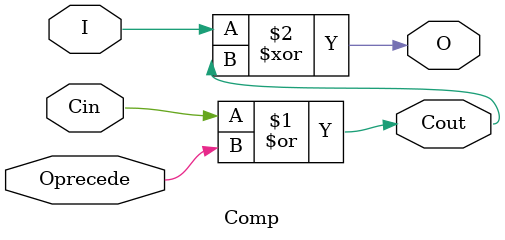
<source format=v>
module Complement(I, O);
	input  [8:0] I;
	output [8:0] O;
	wire   [8:0] T;
	Comp C0(I[0], 1'b0, 1'b0, T[0], O[0]);
	Comp C1(I[1], T[0], O[0], T[1], O[1]);
	Comp C2(I[2], T[1], O[1], T[2], O[2]);
	Comp C3(I[3], T[2], O[2], T[3], O[3]);
	Comp C4(I[4], T[3], O[3], T[4], O[4]);
	Comp C5(I[5], T[4], O[4], T[5], O[5]);
	Comp C6(I[6], T[5], O[5], T[6], O[6]);
	Comp C7(I[7], T[6], O[6], T[7], O[7]);
	Comp C8(I[8], T[7], O[7], T[8], O[8]);
endmodule
// 1-bit 2's Complement: I' = O
module Comp(I, Cin, Oprecede, Cout, O);
	input  I, Cin, Oprecede;
	output Cout, O;
	assign Cout = Cin | Oprecede;
	assign O = I ^ Cout;
endmodule

</source>
